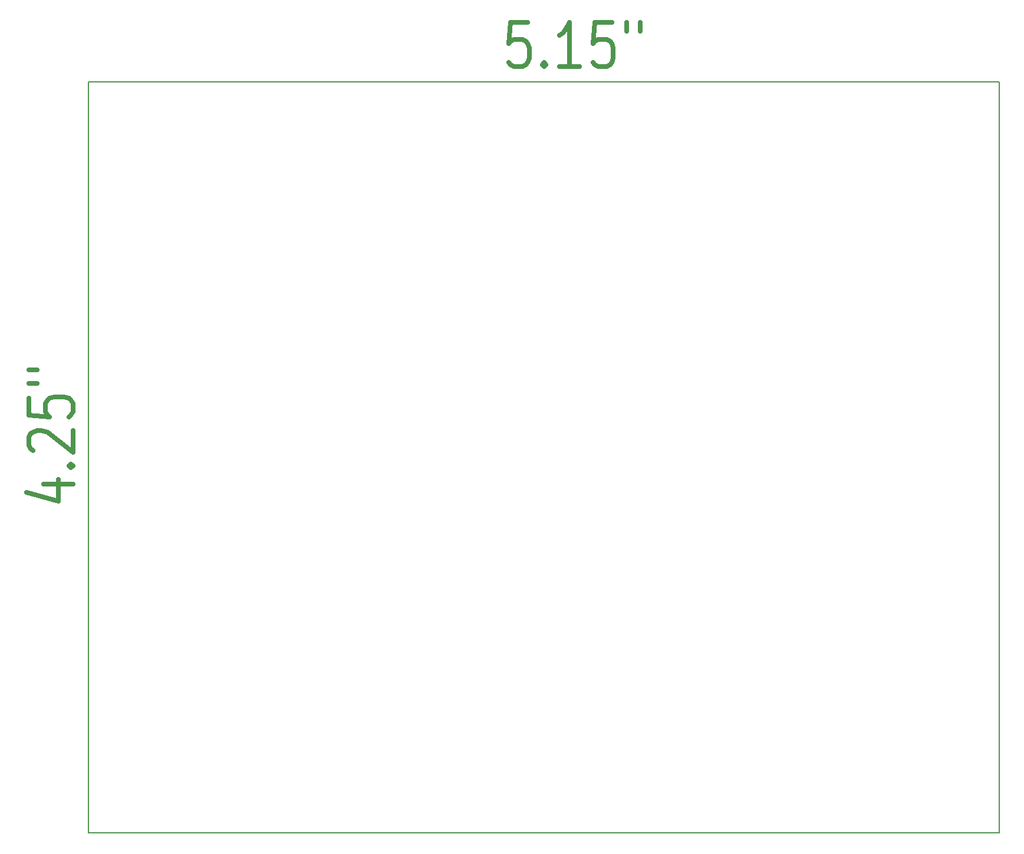
<source format=gbr>
G04 #@! TF.FileFunction,Drawing*
%FSLAX46Y46*%
G04 Gerber Fmt 4.6, Leading zero omitted, Abs format (unit mm)*
G04 Created by KiCad (PCBNEW 4.0.5) date 04/19/17 22:28:35*
%MOMM*%
%LPD*%
G01*
G04 APERTURE LIST*
%ADD10C,0.127000*%
%ADD11C,0.200000*%
%ADD12C,0.635000*%
G04 APERTURE END LIST*
D10*
D11*
X31750000Y-171450000D02*
X31750000Y-63500000D01*
X162560000Y-171450000D02*
X31750000Y-171450000D01*
X162560000Y-63500000D02*
X162560000Y-171450000D01*
X31750000Y-63500000D02*
X162560000Y-63500000D01*
D12*
X25309286Y-121315237D02*
X29542619Y-121315237D01*
X22890238Y-122524761D02*
X27425952Y-123734285D01*
X27425952Y-120589523D01*
X28937857Y-118654285D02*
X29240238Y-118412380D01*
X29542619Y-118654285D01*
X29240238Y-118896190D01*
X28937857Y-118654285D01*
X29542619Y-118654285D01*
X23797381Y-116477142D02*
X23495000Y-116235237D01*
X23192619Y-115751428D01*
X23192619Y-114541904D01*
X23495000Y-114058094D01*
X23797381Y-113816190D01*
X24402143Y-113574285D01*
X25006905Y-113574285D01*
X25914048Y-113816190D01*
X29542619Y-116719047D01*
X29542619Y-113574285D01*
X23192619Y-108978095D02*
X23192619Y-111397142D01*
X26216429Y-111639047D01*
X25914048Y-111397142D01*
X25611667Y-110913333D01*
X25611667Y-109703809D01*
X25914048Y-109219999D01*
X26216429Y-108978095D01*
X26821190Y-108736190D01*
X28333095Y-108736190D01*
X28937857Y-108978095D01*
X29240238Y-109219999D01*
X29542619Y-109703809D01*
X29542619Y-110913333D01*
X29240238Y-111397142D01*
X28937857Y-111639047D01*
X23192619Y-106800952D02*
X24402143Y-106800952D01*
X23192619Y-104865714D02*
X24402143Y-104865714D01*
X94826667Y-54942619D02*
X92407620Y-54942619D01*
X92165715Y-57966429D01*
X92407620Y-57664048D01*
X92891429Y-57361667D01*
X94100953Y-57361667D01*
X94584763Y-57664048D01*
X94826667Y-57966429D01*
X95068572Y-58571190D01*
X95068572Y-60083095D01*
X94826667Y-60687857D01*
X94584763Y-60990238D01*
X94100953Y-61292619D01*
X92891429Y-61292619D01*
X92407620Y-60990238D01*
X92165715Y-60687857D01*
X97245715Y-60687857D02*
X97487620Y-60990238D01*
X97245715Y-61292619D01*
X97003810Y-60990238D01*
X97245715Y-60687857D01*
X97245715Y-61292619D01*
X102325715Y-61292619D02*
X99422858Y-61292619D01*
X100874287Y-61292619D02*
X100874287Y-54942619D01*
X100390477Y-55849762D01*
X99906668Y-56454524D01*
X99422858Y-56756905D01*
X106921905Y-54942619D02*
X104502858Y-54942619D01*
X104260953Y-57966429D01*
X104502858Y-57664048D01*
X104986667Y-57361667D01*
X106196191Y-57361667D01*
X106680001Y-57664048D01*
X106921905Y-57966429D01*
X107163810Y-58571190D01*
X107163810Y-60083095D01*
X106921905Y-60687857D01*
X106680001Y-60990238D01*
X106196191Y-61292619D01*
X104986667Y-61292619D01*
X104502858Y-60990238D01*
X104260953Y-60687857D01*
X109099048Y-54942619D02*
X109099048Y-56152143D01*
X111034286Y-54942619D02*
X111034286Y-56152143D01*
M02*

</source>
